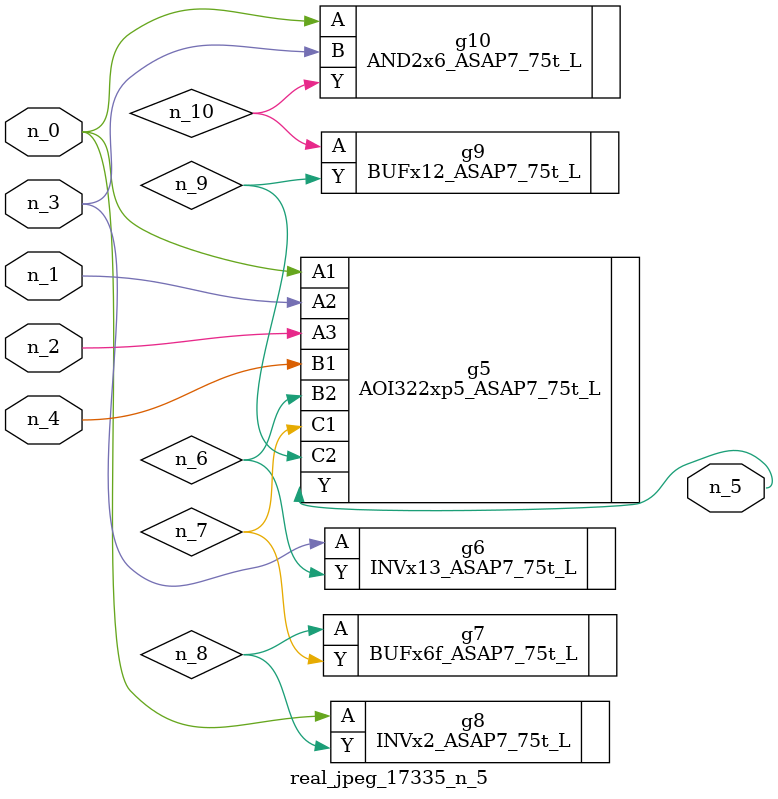
<source format=v>
module real_jpeg_17335_n_5 (n_4, n_0, n_1, n_2, n_3, n_5);

input n_4;
input n_0;
input n_1;
input n_2;
input n_3;

output n_5;

wire n_8;
wire n_6;
wire n_7;
wire n_10;
wire n_9;

AOI322xp5_ASAP7_75t_L g5 ( 
.A1(n_0),
.A2(n_1),
.A3(n_2),
.B1(n_4),
.B2(n_6),
.C1(n_7),
.C2(n_9),
.Y(n_5)
);

INVx2_ASAP7_75t_L g8 ( 
.A(n_0),
.Y(n_8)
);

AND2x6_ASAP7_75t_L g10 ( 
.A(n_0),
.B(n_3),
.Y(n_10)
);

INVx13_ASAP7_75t_L g6 ( 
.A(n_3),
.Y(n_6)
);

BUFx6f_ASAP7_75t_L g7 ( 
.A(n_8),
.Y(n_7)
);

BUFx12_ASAP7_75t_L g9 ( 
.A(n_10),
.Y(n_9)
);


endmodule
</source>
